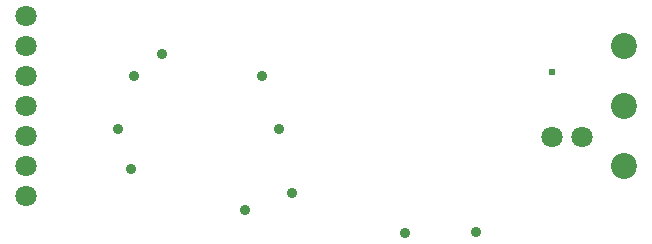
<source format=gbs>
G04*
G04 #@! TF.GenerationSoftware,Altium Limited,Altium Designer,21.2.1 (34)*
G04*
G04 Layer_Color=16711935*
%FSTAX24Y24*%
%MOIN*%
G70*
G04*
G04 #@! TF.SameCoordinates,7DA4DDB6-0622-4AF5-A47C-4C96ED8C5F13*
G04*
G04*
G04 #@! TF.FilePolarity,Negative*
G04*
G01*
G75*
%ADD24C,0.0709*%
%ADD25C,0.0866*%
%ADD26C,0.0356*%
%ADD27C,0.0237*%
D24*
X04668Y023608D02*
D03*
X04568D02*
D03*
X028137Y021632D02*
D03*
Y026632D02*
D03*
Y024632D02*
D03*
Y023632D02*
D03*
Y022632D02*
D03*
Y025632D02*
D03*
Y027632D02*
D03*
D25*
X048058Y026632D02*
D03*
Y024632D02*
D03*
Y022632D02*
D03*
D26*
X036011Y025656D02*
D03*
X037005Y021748D02*
D03*
X036564Y023882D02*
D03*
X031719Y025656D02*
D03*
X032664Y026364D02*
D03*
X031206Y023882D02*
D03*
X043137Y020459D02*
D03*
X040774Y020419D02*
D03*
X035438Y021188D02*
D03*
X031643Y022543D02*
D03*
D27*
X04568Y025797D02*
D03*
M02*

</source>
